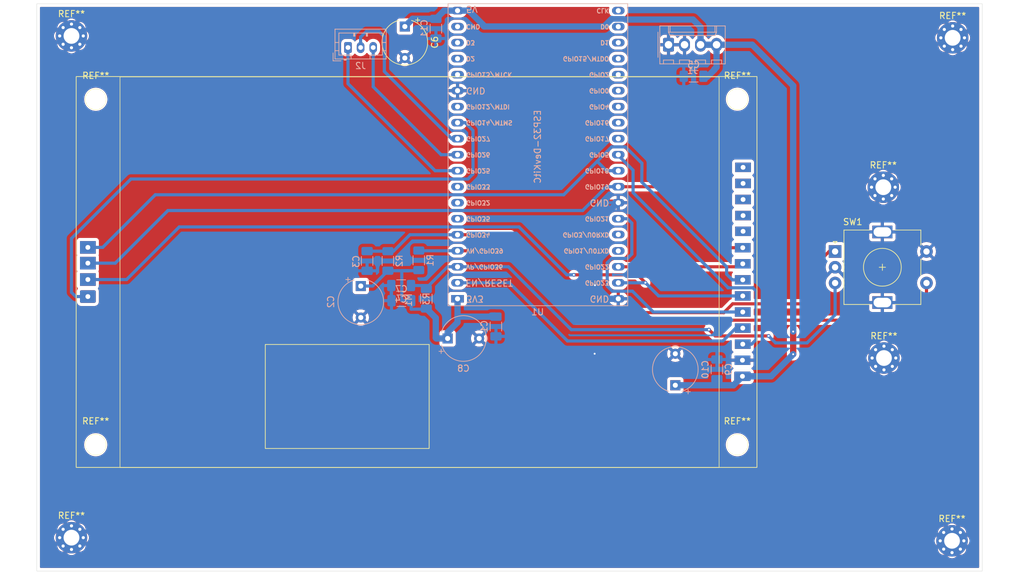
<source format=kicad_pcb>
(kicad_pcb (version 20240108) (generator "pcbnew") (generator_version "8.0")
  (layers (0 "F.Cu" signal) (31 "B.Cu" signal) (34 "B.Paste" user) (35 "F.Paste" user) (36 "B.SilkS" user "B.Silkscreen") (37 "F.SilkS" user "F.Silkscreen") (38 "B.Mask" user) (39 "F.Mask" user) (44 "Edge.Cuts" user))
  (net 0 "")
  (net 6 "GND")
  (net 9 "+3.3V")
  (net 10 "Net-(U1-VDET_1{slash}GPIO34{slash}ADC1_CH6)")
  (net 11 "Net-(U1-SENSOR_VP{slash}GPIO36{slash}ADC1_CH0)")
  (net 12 "+5V")
  (net 13 "Net-(J2-Pin_1)")
  (net 14 "Net-(J2-Pin_2)")
  (net 17 "Net-(J2-Pin_3)")
  (net 25 "sd(cs)")
  (net 27 "sck")
  (net 28 "sdi(mosi)")
  (net 29 "cs")
  (net 32 "reset")
  (net 36 "sdo(miso)")
  (net 37 "dc{slash}rs")
  (net 38 "led backlight")
  (net 41 "Net-(U1-SENSOR_VN{slash}GPIO39{slash}ADC1_CH3)")
  (footprint "MountingHole:MountingHole_2.5mm_Pad_Via" (layer "F.Cu") (at 102.5 132.7)
    (property "Reference" "REF**" (at 0 -3.5 0) (layer "F.SilkS"))
    (property "Value" "MountingHole_2.5mm_Pad_Via")
    (pad "1" thru_hole circle (at -1.875 0) (size 0.8 0.8) (drill 0.5) (layers "*.Cu" "*.Mask"))
    (pad "1" thru_hole circle (at -1.325825 -1.325825) (size 0.8 0.8) (drill 0.5) (layers "*.Cu" "*.Mask"))
    (pad "1" thru_hole circle (at -1.325825 1.325825) (size 0.8 0.8) (drill 0.5) (layers "*.Cu" "*.Mask"))
    (pad "1" thru_hole circle (at 0 -1.875) (size 0.8 0.8) (drill 0.5) (layers "*.Cu" "*.Mask"))
    (pad "1" thru_hole circle (at 0 0) (size 5 5) (drill 2.5) (layers "*.Cu" "*.Mask") (net 6 "GND"))
    (pad "1" thru_hole circle (at 0 1.875) (size 0.8 0.8) (drill 0.5) (layers "*.Cu" "*.Mask"))
    (pad "1" thru_hole circle (at 1.325825 -1.325825) (size 0.8 0.8) (drill 0.5) (layers "*.Cu" "*.Mask"))
    (pad "1" thru_hole circle (at 1.325825 1.325825) (size 0.8 0.8) (drill 0.5) (layers "*.Cu" "*.Mask"))
    (pad "1" thru_hole circle (at 1.875 0) (size 0.8 0.8) (drill 0.5) (layers "*.Cu" "*.Mask"))
  )
  (footprint "MountingHole:MountingHole_2.5mm_Pad_Via" (layer "F.Cu") (at 231.3 77.1)
    (property "Reference" "REF**" (at 0 -3.5 0) (layer "F.SilkS"))
    (property "Value" "MountingHole_2.5mm_Pad_Via")
    (pad "1" thru_hole circle (at -1.875 0) (size 0.8 0.8) (drill 0.5) (layers "*.Cu" "*.Mask"))
    (pad "1" thru_hole circle (at -1.325825 -1.325825) (size 0.8 0.8) (drill 0.5) (layers "*.Cu" "*.Mask"))
    (pad "1" thru_hole circle (at -1.325825 1.325825) (size 0.8 0.8) (drill 0.5) (layers "*.Cu" "*.Mask"))
    (pad "1" thru_hole circle (at 0 -1.875) (size 0.8 0.8) (drill 0.5) (layers "*.Cu" "*.Mask"))
    (pad "1" thru_hole circle (at 0 0) (size 5 5) (drill 2.5) (layers "*.Cu" "*.Mask") (net 6 "GND"))
    (pad "1" thru_hole circle (at 0 1.875) (size 0.8 0.8) (drill 0.5) (layers "*.Cu" "*.Mask"))
    (pad "1" thru_hole circle (at 1.325825 -1.325825) (size 0.8 0.8) (drill 0.5) (layers "*.Cu" "*.Mask"))
    (pad "1" thru_hole circle (at 1.325825 1.325825) (size 0.8 0.8) (drill 0.5) (layers "*.Cu" "*.Mask"))
    (pad "1" thru_hole circle (at 1.875 0) (size 0.8 0.8) (drill 0.5) (layers "*.Cu" "*.Mask"))
  )
  (footprint "MountingHole:MountingHole_2.5mm_Pad_Via" (layer "F.Cu") (at 102.5 53.1)
    (property "Reference" "REF**" (at 0 -3.5 0) (layer "F.SilkS"))
    (property "Value" "MountingHole_2.5mm_Pad_Via")
    (pad "1" thru_hole circle (at -1.875 0) (size 0.8 0.8) (drill 0.5) (layers "*.Cu" "*.Mask"))
    (pad "1" thru_hole circle (at -1.325825 -1.325825) (size 0.8 0.8) (drill 0.5) (layers "*.Cu" "*.Mask"))
    (pad "1" thru_hole circle (at -1.325825 1.325825) (size 0.8 0.8) (drill 0.5) (layers "*.Cu" "*.Mask"))
    (pad "1" thru_hole circle (at 0 -1.875) (size 0.8 0.8) (drill 0.5) (layers "*.Cu" "*.Mask"))
    (pad "1" thru_hole circle (at 0 0) (size 5 5) (drill 2.5) (layers "*.Cu" "*.Mask") (net 6 "GND"))
    (pad "1" thru_hole circle (at 0 1.875) (size 0.8 0.8) (drill 0.5) (layers "*.Cu" "*.Mask"))
    (pad "1" thru_hole circle (at 1.325825 -1.325825) (size 0.8 0.8) (drill 0.5) (layers "*.Cu" "*.Mask"))
    (pad "1" thru_hole circle (at 1.325825 1.325825) (size 0.8 0.8) (drill 0.5) (layers "*.Cu" "*.Mask"))
    (pad "1" thru_hole circle (at 1.875 0) (size 0.8 0.8) (drill 0.5) (layers "*.Cu" "*.Mask"))
  )
  (footprint "MountingHole:MountingHole_2.5mm_Pad_Via" (layer "F.Cu") (at 242.3 53.4)
    (property "Reference" "REF**" (at 0 -3.5 0) (layer "F.SilkS"))
    (property "Value" "MountingHole_2.5mm_Pad_Via")
    (pad "1" thru_hole circle (at -1.875 0) (size 0.8 0.8) (drill 0.5) (layers "*.Cu" "*.Mask"))
    (pad "1" thru_hole circle (at -1.325825 -1.325825) (size 0.8 0.8) (drill 0.5) (layers "*.Cu" "*.Mask"))
    (pad "1" thru_hole circle (at -1.325825 1.325825) (size 0.8 0.8) (drill 0.5) (layers "*.Cu" "*.Mask"))
    (pad "1" thru_hole circle (at 0 -1.875) (size 0.8 0.8) (drill 0.5) (layers "*.Cu" "*.Mask"))
    (pad "1" thru_hole circle (at 0 0) (size 5 5) (drill 2.5) (layers "*.Cu" "*.Mask") (net 6 "GND"))
    (pad "1" thru_hole circle (at 0 1.875) (size 0.8 0.8) (drill 0.5) (layers "*.Cu" "*.Mask"))
    (pad "1" thru_hole circle (at 1.325825 -1.325825) (size 0.8 0.8) (drill 0.5) (layers "*.Cu" "*.Mask"))
    (pad "1" thru_hole circle (at 1.325825 1.325825) (size 0.8 0.8) (drill 0.5) (layers "*.Cu" "*.Mask"))
    (pad "1" thru_hole circle (at 1.875 0) (size 0.8 0.8) (drill 0.5) (layers "*.Cu" "*.Mask"))
  )
  (footprint "MountingHole:MountingHole_3.2mm_M3_ISO14580" (layer "F.Cu") (at 208.14 117.96)
    (property "Reference" "REF**" (at 0 -3.75 0) (layer "F.SilkS"))
    (property "Value" "MountingHole_3.2mm_M3_ISO14580")
    (pad "" np_thru_hole circle (at 0 0) (size 3.2 3.2) (drill 3.2) (layers "*.Cu" "*.Mask"))
  )
  (footprint "MountingHole:MountingHole_2.5mm_Pad_Via" (layer "F.Cu") (at 231.4 104.2)
    (property "Reference" "REF**" (at 0 -3.5 0) (layer "F.SilkS"))
    (property "Value" "MountingHole_2.5mm_Pad_Via")
    (pad "1" thru_hole circle (at -1.875 0) (size 0.8 0.8) (drill 0.5) (layers "*.Cu" "*.Mask"))
    (pad "1" thru_hole circle (at -1.325825 -1.325825) (size 0.8 0.8) (drill 0.5) (layers "*.Cu" "*.Mask"))
    (pad "1" thru_hole circle (at -1.325825 1.325825) (size 0.8 0.8) (drill 0.5) (layers "*.Cu" "*.Mask"))
    (pad "1" thru_hole circle (at 0 -1.875) (size 0.8 0.8) (drill 0.5) (layers "*.Cu" "*.Mask"))
    (pad "1" thru_hole circle (at 0 0) (size 5 5) (drill 2.5) (layers "*.Cu" "*.Mask") (net 6 "GND"))
    (pad "1" thru_hole circle (at 0 1.875) (size 0.8 0.8) (drill 0.5) (layers "*.Cu" "*.Mask"))
    (pad "1" thru_hole circle (at 1.325825 -1.325825) (size 0.8 0.8) (drill 0.5) (layers "*.Cu" "*.Mask"))
    (pad "1" thru_hole circle (at 1.325825 1.325825) (size 0.8 0.8) (drill 0.5) (layers "*.Cu" "*.Mask"))
    (pad "1" thru_hole circle (at 1.875 0) (size 0.8 0.8) (drill 0.5) (layers "*.Cu" "*.Mask"))
  )
  (footprint "MountingHole:MountingHole_3.2mm_M3_ISO14580" (layer "F.Cu") (at 106.35 117.96)
    (property "Reference" "REF**" (at 0 -3.75 0) (layer "F.SilkS"))
    (property "Value" "MountingHole_3.2mm_M3_ISO14580")
    (pad "" np_thru_hole circle (at 0 0) (size 3.2 3.2) (drill 3.2) (layers "*.Cu" "*.Mask"))
  )
  (footprint "MountingHole:MountingHole_3.2mm_M3_ISO14580" (layer "F.Cu") (at 208.15 63.14)
    (property "Reference" "REF**" (at 0 -3.75 0) (layer "F.SilkS"))
    (property "Value" "MountingHole_3.2mm_M3_ISO14580")
    (pad "" np_thru_hole circle (at 0 0) (size 3.2 3.2) (drill 3.2) (layers "*.Cu" "*.Mask"))
  )
  (footprint "MountingHole:MountingHole_2.5mm_Pad_Via" (layer "F.Cu") (at 242.2 133.2)
    (property "Reference" "REF**" (at 0 -3.5 0) (layer "F.SilkS"))
    (property "Value" "MountingHole_2.5mm_Pad_Via")
    (pad "1" thru_hole circle (at -1.875 0) (size 0.8 0.8) (drill 0.5) (layers "*.Cu" "*.Mask"))
    (pad "1" thru_hole circle (at -1.325825 -1.325825) (size 0.8 0.8) (drill 0.5) (layers "*.Cu" "*.Mask"))
    (pad "1" thru_hole circle (at -1.325825 1.325825) (size 0.8 0.8) (drill 0.5) (layers "*.Cu" "*.Mask"))
    (pad "1" thru_hole circle (at 0 -1.875) (size 0.8 0.8) (drill 0.5) (layers "*.Cu" "*.Mask"))
    (pad "1" thru_hole circle (at 0 0) (size 5 5) (drill 2.5) (layers "*.Cu" "*.Mask") (net 6 "GND"))
    (pad "1" thru_hole circle (at 0 1.875) (size 0.8 0.8) (drill 0.5) (layers "*.Cu" "*.Mask"))
    (pad "1" thru_hole circle (at 1.325825 -1.325825) (size 0.8 0.8) (drill 0.5) (layers "*.Cu" "*.Mask"))
    (pad "1" thru_hole circle (at 1.325825 1.325825) (size 0.8 0.8) (drill 0.5) (layers "*.Cu" "*.Mask"))
    (pad "1" thru_hole circle (at 1.875 0) (size 0.8 0.8) (drill 0.5) (layers "*.Cu" "*.Mask"))
  )
  (footprint "Ekrany_TFT_LED:TFT_displayLED_TFT_display_4inch_480x320_ST7796S" (layer "F.Cu") (at 156.25 94.55 -90)
    (property "Reference" "M1" (at 0.45 0.25 90) (layer "B.SilkS") (effects (justify mirror)))
    (property "Value" "~")
    (pad "1" thru_hole roundrect (at 12.55 -52.7 270) (size 1.5 2.6) (drill 0.762) (layers "*.Cu" "*.Mask") (roundrect_rratio 0.1136363636) (net 12 "+5V"))
    (pad "2" thru_hole rect (at 10 -52.7 270) (size 1.5 2.5) (drill 0.762) (layers "*.Cu" "*.Mask") (net 6 "GND"))
    (pad "3" thru_hole rect (at 7.45 -52.75 270) (size 1.5 2.5) (drill 0.762) (layers "*.Cu" "*.Mask") (net 29 "cs"))
    (pad "4" thru_hole rect (at 4.9 -52.75 270) (size 1.5 2.5) (drill 0.762) (layers "*.Cu" "*.Mask") (net 32 "reset"))
    (pad "5" thru_hole rect (at 2.35 -52.75 270) (size 1.5 2.5) (drill 0.762) (layers "*.Cu" "*.Mask") (net 37 "dc{slash}rs"))
    (pad "6" thru_hole rect (at -0.2 -52.75 270) (size 1.5 2.5) (drill 0.762) (layers "*.Cu" "*.Mask") (net 28 "sdi(mosi)"))
    (pad "7" thru_hole rect (at -2.75 -52.75 270) (size 1.5 2.5) (drill 0.762) (layers "*.Cu" "*.Mask") (net 27 "sck"))
    (pad "8" thru_hole rect (at -5.3 -52.75 270) (size 1.5 2.5) (drill 0.762) (layers "*.Cu" "*.Mask") (net 38 "led backlight"))
    (pad "9" thru_hole rect (at -7.85 -52.75 270) (size 1.5 2.5) (drill 0.762) (layers "*.Cu" "*.Mask") (net 36 "sdo(miso)"))
    (pad "10" thru_hole rect (at -10.45 -52.8 270) (size 1.5 2.5) (drill 0.762) (layers "*.Cu" "*.Mask"))
    (pad "11" thru_hole rect (at -12.95 -52.8 270) (size 1.5 2.5) (drill 0.762) (layers "*.Cu" "*.Mask"))
    (pad "12" thru_hole rect (at -15.5 -52.8 270) (size 1.5 2.5) (drill 0.762) (layers "*.Cu" "*.Mask"))
    (pad "13" thru_hole rect (at -18.05 -52.8 270) (size 1.5 2.5) (drill 0.762) (layers "*.Cu" "*.Mask"))
    (pad "14" thru_hole rect (at -20.6 -52.8 270) (size 1.5 2.5) (drill 0.762) (layers "*.Cu" "*.Mask"))
    (pad "A" thru_hole roundrect (at -0.1 51.15 270) (size 2 2.5) (drill 0.762) (layers "*.Cu" "*.Mask") (roundrect_rratio 0.1086956522) (net 25 "sd(cs)"))
    (pad "B" thru_hole rect (at -2.8 51.15 270) (size 2 2.5) (drill 0.762) (layers "*.Cu" "*.Mask") (net 28 "sdi(mosi)"))
    (pad "C" thru_hole rect (at -5.4 51.15 270) (size 2 2.5) (drill 0.762) (layers "*.Cu" "*.Mask") (net 36 "sdo(miso)"))
    (pad "D" thru_hole rect (at -7.9 51.15 270) (size 2 2.5) (drill 0.762) (layers "*.Cu" "*.Mask") (net 27 "sck"))
  )
  (footprint "Capacitor_THT:CP_Radial_Tantal_D7.0mm_P5.00mm" (layer "F.Cu") (at 155.39 51.609862 -90)
    (property "Reference" "C6" (at 2.5 -4.75 90) (layer "F.SilkS"))
    (property "Value" "33u/6.3V")
    (pad "1" thru_hole rect (at 0 0 270) (size 1.6 1.6) (drill 0.8) (layers "*.Cu" "*.Mask") (net 12 "+5V"))
    (pad "2" thru_hole circle (at 5 0 270) (size 1.6 1.6) (drill 0.8) (layers "*.Cu" "*.Mask") (net 6 "GND"))
  )
  (footprint "Rotary_Encoder:RotaryEncoder_Alps_EC11E-Switch_Vertical_H20mm" (layer "F.Cu") (at 223.65 87.3)
    (property "Reference" "SW1" (at 2.8 -4.7 0) (layer "F.SilkS"))
    (property "Value" "RotaryEncoder_Switch")
    (pad "A" thru_hole rect (at 0 0) (size 2 2) (drill 1) (layers "*.Cu" "*.Mask") (net 10 "Net-(U1-VDET_1{slash}GPIO34{slash}ADC1_CH6)"))
    (pad "B" thru_hole circle (at 0 5) (size 2 2) (drill 1) (layers "*.Cu" "*.Mask") (net 11 "Net-(U1-SENSOR_VP{slash}GPIO36{slash}ADC1_CH0)"))
    (pad "C" thru_hole circle (at 0 2.5) (size 2 2) (drill 1) (layers "*.Cu" "*.Mask") (net 6 "GND"))
    (pad "MP" thru_hole rect (at 7.5 -3.1) (size 3.2 2) (drill oval 2.8 1.5) (layers "*.Cu" "*.Mask") (net 6 "GND"))
    (pad "MP" thru_hole rect (at 7.5 8.1) (size 3.2 2) (drill oval 2.8 1.5) (layers "*.Cu" "*.Mask") (net 6 "GND"))
    (pad "S1" thru_hole circle (at 14.5 5) (size 2 2) (drill 1) (layers "*.Cu" "*.Mask") (net 41 "Net-(U1-SENSOR_VN{slash}GPIO39{slash}ADC1_CH3)"))
    (pad "S2" thru_hole circle (at 14.5 0) (size 2 2) (drill 1) (layers "*.Cu" "*.Mask") (net 6 "GND"))
  )
  (footprint "MountingHole:MountingHole_3.2mm_M3_ISO14580" (layer "F.Cu") (at 106.36 63.15)
    (property "Reference" "REF**" (at 0 -3.75 0) (layer "F.SilkS"))
    (property "Value" "MountingHole_3.2mm_M3_ISO14580")
    (pad "" np_thru_hole circle (at 0 0) (size 3.2 3.2) (drill 3.2) (layers "*.Cu" "*.Mask"))
  )
  (footprint "Capacitor_SMD:C_1206_3216Metric_Pad1.33x1.80mm_HandSolder" (layer "B.Cu") (at 149.4 88.8 -90)
    (property "Reference" "C3" (at 0.09 1.74 90) (layer "B.SilkS") (effects (justify mirror)))
    (property "Value" "22n")
    (pad "1" smd roundrect (at -1.5625 0 270) (size 1.325 1.8) (layers "B.Cu" "B.Paste" "B.Mask") (roundrect_rratio 0.188679) (net 10 "Net-(U1-VDET_1{slash}GPIO34{slash}ADC1_CH6)"))
    (pad "2" smd roundrect (at 1.5625 0 270) (size 1.325 1.8) (layers "B.Cu" "B.Paste" "B.Mask") (roundrect_rratio 0.188679) (net 6 "GND"))
  )
  (footprint "Connector_JST:JST_PH_B3B-PH-K_1x03_P2.00mm_Vertical" (layer "B.Cu") (at 146.37 54.94)
    (property "Reference" "J2" (at 2 2.9 0) (layer "B.SilkS") (effects (justify mirror)))
    (property "Value" "Conn_01x03")
    (pad "1" thru_hole roundrect (at 0 0) (size 1.2 1.75) (drill 0.75) (layers "*.Cu" "*.Mask") (roundrect_rratio 0.208333) (net 13 "Net-(J2-Pin_1)"))
    (pad "2" thru_hole oval (at 2 0) (size 1.2 1.75) (drill 0.75) (layers "*.Cu" "*.Mask") (net 14 "Net-(J2-Pin_2)"))
    (pad "3" thru_hole oval (at 4 0) (size 1.2 1.75) (drill 0.75) (layers "*.Cu" "*.Mask") (net 17 "Net-(J2-Pin_3)"))
  )
  (footprint "Capacitor_SMD:C_1206_3216Metric_Pad1.33x1.80mm_HandSolder" (layer "B.Cu") (at 160.32 51.95 -90)
    (property "Reference" "C11" (at 0 1.85 90) (layer "B.SilkS") (effects (justify mirror)))
    (property "Value" "0,1u")
    (pad "1" smd roundrect (at -1.5625 0 270) (size 1.325 1.8) (layers "B.Cu" "B.Paste" "B.Mask") (roundrect_rratio 0.188679) (net 12 "+5V"))
    (pad "2" smd roundrect (at 1.5625 0 270) (size 1.325 1.8) (layers "B.Cu" "B.Paste" "B.Mask") (roundrect_rratio 0.188679) (net 6 "GND"))
  )
  (footprint "Resistor_SMD:R_1206_3216Metric_Pad1.30x1.75mm_HandSolder" (layer "B.Cu") (at 158.8 94.8 90)
    (property "Reference" "R3" (at 0 0 90) (layer "B.SilkS") (effects (justify mirror)))
    (property "Value" "10k")
    (pad "1" smd roundrect (at -1.55 0 90) (size 1.3 1.75) (layers "B.Cu" "B.Paste" "B.Mask") (roundrect_rratio 0.192308) (net 9 "+3.3V"))
    (pad "2" smd roundrect (at 1.55 0 90) (size 1.3 1.75) (layers "B.Cu" "B.Paste" "B.Mask") (roundrect_rratio 0.192308) (net 11 "Net-(U1-SENSOR_VP{slash}GPIO36{slash}ADC1_CH0)"))
  )
  (footprint "Capacitor_SMD:C_1206_3216Metric_Pad1.33x1.80mm_HandSolder" (layer "B.Cu") (at 204.9 106 90)
    (property "Reference" "C9" (at 0 1.85 90) (layer "B.SilkS") (effects (justify mirror)))
    (property "Value" "0,1u")
    (pad "1" smd roundrect (at -1.5625 0 90) (size 1.325 1.8) (layers "B.Cu" "B.Paste" "B.Mask") (roundrect_rratio 0.188679) (net 12 "+5V"))
    (pad "2" smd roundrect (at 1.5625 0 90) (size 1.325 1.8) (layers "B.Cu" "B.Paste" "B.Mask") (roundrect_rratio 0.188679) (net 6 "GND"))
  )
  (footprint "Resistor_SMD:R_1206_3216Metric_Pad1.30x1.75mm_HandSolder" (layer "B.Cu") (at 157.6 88.7 90)
    (property "Reference" "R1" (at 0 1.82 90) (layer "B.SilkS") (effects (justify mirror)))
    (property "Value" "10k")
    (pad "1" smd roundrect (at -1.55 0 90) (size 1.3 1.75) (layers "B.Cu" "B.Paste" "B.Mask") (roundrect_rratio 0.192308) (net 9 "+3.3V"))
    (pad "2" smd roundrect (at 1.55 0 90) (size 1.3 1.75) (layers "B.Cu" "B.Paste" "B.Mask") (roundrect_rratio 0.192308) (net 41 "Net-(U1-SENSOR_VN{slash}GPIO39{slash}ADC1_CH3)"))
  )
  (footprint "Resistor_SMD:R_1206_3216Metric_Pad1.30x1.75mm_HandSolder" (layer "B.Cu") (at 152.7 88.8 90)
    (property "Reference" "R2" (at 0 1.82 90) (layer "B.SilkS") (effects (justify mirror)))
    (property "Value" "10k")
    (pad "1" smd roundrect (at -1.55 0 90) (size 1.3 1.75) (layers "B.Cu" "B.Paste" "B.Mask") (roundrect_rratio 0.192308) (net 9 "+3.3V"))
    (pad "2" smd roundrect (at 1.55 0 90) (size 1.3 1.75) (layers "B.Cu" "B.Paste" "B.Mask") (roundrect_rratio 0.192308) (net 10 "Net-(U1-VDET_1{slash}GPIO34{slash}ADC1_CH6)"))
  )
  (footprint "Capacitor_THT:CP_Radial_Tantal_D7.0mm_P5.00mm" (layer "B.Cu") (at 162.179862 101.1)
    (property "Reference" "C8" (at 2.5 4.75 0) (layer "B.SilkS") (effects (justify mirror)))
    (property "Value" "33u/6.3V")
    (pad "1" thru_hole rect (at 0 0) (size 1.6 1.6) (drill 0.8) (layers "*.Cu" "*.Mask") (net 9 "+3.3V"))
    (pad "2" thru_hole circle (at 5 0) (size 1.6 1.6) (drill 0.8) (layers "*.Cu" "*.Mask") (net 6 "GND"))
  )
  (footprint "Connector_Molex:Molex_KK-254_AE-6410-04A_1x04_P2.54mm_Vertical" (layer "B.Cu") (at 197.22 54.5)
    (property "Reference" "J1" (at 3.81 4.12 0) (layer "B.SilkS") (effects (justify mirror)))
    (property "Value" "Conn_01x04")
    (pad "1" thru_hole roundrect (at 0 0) (size 1.74 2.19) (drill 1.19) (layers "*.Cu" "*.Mask") (roundrect_rratio 0.143678) (net 6 "GND"))
    (pad "2" thru_hole oval (at 2.54 0) (size 1.74 2.19) (drill 1.19) (layers "*.Cu" "*.Mask") (net 6 "GND"))
    (pad "3" thru_hole oval (at 5.08 0) (size 1.74 2.19) (drill 1.19) (layers "*.Cu" "*.Mask") (net 12 "+5V"))
    (pad "4" thru_hole oval (at 7.62 0) (size 1.74 2.19) (drill 1.19) (layers "*.Cu" "*.Mask") (net 12 "+5V"))
  )
  (footprint "Capacitor_THT:CP_Radial_Tantal_D7.0mm_P5.00mm" (layer "B.Cu") (at 198.3 108.520139 90)
    (property "Reference" "C10" (at 2.5 4.75 90) (layer "B.SilkS") (effects (justify mirror)))
    (property "Value" "33u/6.3V")
    (pad "1" thru_hole rect (at 0 0 90) (size 1.6 1.6) (drill 0.8) (layers "*.Cu" "*.Mask") (net 12 "+5V"))
    (pad "2" thru_hole circle (at 5 0 90) (size 1.6 1.6) (drill 0.8) (layers "*.Cu" "*.Mask") (net 6 "GND"))
  )
  (footprint "Capacitor_SMD:C_1206_3216Metric_Pad1.33x1.80mm_HandSolder" (layer "B.Cu") (at 154.8375 95.1 180)
    (property "Reference" "C7" (at 0 1.85 0) (layer "B.SilkS") (effects (justify mirror)))
    (property "Value" "0,1u")
    (pad "1" smd roundrect (at -1.5625 0 180) (size 1.325 1.8) (layers "B.Cu" "B.Paste" "B.Mask") (roundrect_rratio 0.188679) (net 9 "+3.3V"))
    (pad "2" smd roundrect (at 1.5625 0 180) (size 1.325 1.8) (layers "B.Cu" "B.Paste" "B.Mask") (roundrect_rratio 0.188679) (net 6 "GND"))
  )
  (footprint "PCM_Espressif:ESP32-DevKitC_ver2" (layer "B.Cu") (at 163.75 94.80344)
    (property "Reference" "U1" (at 12.7 2.1 180) (layer "B.SilkS") (effects (justify mirror)))
    (property "Value" "ESP32-DevKitC" (at 12.7 -24.13 -90) (layer "B.SilkS") (effects (justify mirror)))
    (fp_text user "GPIO12/MTDI" (at 1.27 -30.48 180) (layer "B.SilkS") (effects (font (size 0.7 0.7)) (justify left mirror)))
    (fp_text user "GPIO25" (at 1.27 -20.32 180) (layer "B.SilkS") (effects (font (size 0.7 0.7)) (justify left mirror)))
    (fp_text user "GPIO0" (at 24.13 -33.02 180) (layer "B.SilkS") (effects (font (size 0.7 0.7)) (justify right mirror)))
    (fp_text user "GPIO4" (at 24.13 -30.48 180) (layer "B.SilkS") (effects (font (size 0.7 0.7)) (justify right mirror)))
    (fp_text user "GPIO34" (at 1.27 -10.16 180) (layer "B.SilkS") (effects (font (size 0.7 0.7)) (justify left mirror)))
    (fp_text user "GPIO22" (at 24.13 -5.08 180) (layer "B.SilkS") (effects (font (size 0.7 0.7)) (justify right mirror)))
    (fp_text user "VP/GPIO36" (at 1.27 -5.08 180) (layer "B.SilkS") (effects (font (size 0.7 0.7)) (justify left mirror)))
    (fp_text user "GND" (at 24.13 0 180) (layer "B.SilkS") (effects (justify right mirror)))
    (fp_text user "D0" (at 24.13 -43.18 180) (layer "B.SilkS") (effects (font (size 0.7 0.7)) (justify right mirror)))
    (fp_text user "GND" (at 24.13 -15.24 180) (layer "B.SilkS") (effects (justify right mirror)))
    (fp_text user "GPIO21" (at 24.13 -12.7 180) (layer "B.SilkS") (effects (font (size 0.7 0.7)) (justify right mirror)))
    (fp_text user "GPIO16" (at 24.13 -27.94 180) (layer "B.SilkS") (effects (font (size 0.7 0.7)) (justify right mirror)))
    (fp_text user "GPIO13/MTCK" (at 1.27 -35.56 180) (layer "B.SilkS") (effects (font (size 0.7 0.7)) (justify left mirror)))
    (fp_text user "GPIO5" (at 24.13 -22.86 180) (layer "B.SilkS") (effects (font (size 0.7 0.7)) (justify right mirror)))
    (fp_text user "CMD" (at 1.27 -43.18 180) (layer "B.SilkS") (effects (font (size 0.7 0.7)) (justify left mirror)))
    (fp_text user "GND" (at 1.27 -33.02 180) (layer "B.SilkS") (effects (justify left mirror)))
    (fp_text user "5V" (at 1.26632 -45.97128 180) (layer "B.SilkS") (effects (justify left mirror)))
    (fp_text user "3V3" (at 1.27 0 180) (layer "B.SilkS") (effects (justify left mirror)))
    (fp_text user "GPIO14/MTMS" (at 1.27 -27.94 180) (layer "B.SilkS") (effects (font (size 0.7 0.7)) (justify left mirror)))
    (fp_text user "D2" (at 1.27 -38.1 180) (layer "B.SilkS") (effects (font (size 0.7 0.7)) (justify left mirror)))
    (fp_text user "GPIO23" (at 24.13 -2.54 180) (layer "B.SilkS") (effects (font (size 0.7 0.7)) (justify right mirror)))
    (fp_text user "GPIO35" (at 1.27 -12.7 180) (layer "B.SilkS") (effects (font (size 0.7 0.7)) (justify left mirror)))
    (fp_text user "VN/GPIO39" (at 1.27 -7.62 180) (layer "B.SilkS") (effects (font (size 0.7 0.7)) (justify left mirror)))
    (fp_text user "GPIO17" (at 24.13 -25.4 180) (layer "B.SilkS") (effects (font (size 0.7 0.7)) (justify right mirror)))
    (fp_text user "GPIO33" (at 1.27 -17.78 180) (layer "B.SilkS") (effects (font (size 0.7 0.7)) (justify left mirror)))
    (fp_text user "GPIO2" (at 24.13 -35.56 180) (layer "B.SilkS") (effects (font (size 0.7 0.7)) (justify right mirror)))
    (fp_text user "GPIO1/U0TXD" (at 24.13 -7.62 180) (layer "B.SilkS") (effects (font (size 0.7 0.7)) (justify right mirror)))
    (fp_text user "EN/RESET" (at 8.88632 -2.53728 180) (layer "B.SilkS") (effects (justify right mirror)))
    (fp_text user "GPIO32" (at 1.27 -15.24 180) (layer "B.SilkS") (effects (font (size 0.7 0.7)) (justify left mirror)))
    (fp_text user "GPIO3/U0RXD" (at 24.13 -10.16 180) (layer "B.SilkS") (effects (font (size 0.7 0.7)) (justify right mirror)))
    (fp_text user "GPIO27" (at 1.27 -25.4 180) (layer "B.SilkS") (effects (font (size 0.7 0.7)) (justify left mirror)))
    (fp_text user "CLK" (at 24.13 -45.72 180) (layer "B.SilkS") (effects (font (size 0.7 0.7)) (justify right mirror)))
    (fp_text user "D3" (at 1.27 -40.64 180) (layer "B.SilkS") (effects (font (size 0.7 0.7)) (justify left mirror)))
    (fp_text user "GPIO26" (at 1.27 -22.86 180) (layer "B.SilkS") (effects (font (size 0.7 0.7)) (justify left mirror)))
    (fp_text user "GPIO18" (at 24.13 -20.32 180) (layer "B.SilkS") (effects (font (size 0.7 0.7)) (justify right mirror)))
    (fp_text user "D1" (at 24.13 -40.64 180) (layer "B.SilkS") (effects (font (size 0.7 0.7)) (justify right mirror)))
    (fp_text user "GPIO19" (at 24.13 -17.78 180) (layer "B.SilkS") (effects (font (size 0.7 0.7)) (justify right mirror)))
    (fp_text user "GPIO15/MTDO" (at 24.13 -38.1 180) (layer "B.SilkS") (effects (font (size 0.7 0.7)) (justify right mirror)))
    (pad "1" thru_hole rect (at 0 0 90) (size 1.2 2) (drill 0.8) (layers "*.Cu" "*.Mask") (net 9 "+3.3V"))
    (pad "2" thru_hole oval (at 0 -2.54 90) (size 1.2 2) (drill 0.8) (layers "*.Cu" "*.Mask") (net 32 "reset"))
    (pad "3" thru_hole oval (at 0 -5.08 90) (size 1.2 2) (drill 0.8) (layers "*.Cu" "*.Mask") (net 11 "Net-(U1-SENSOR_VP{slash}GPIO36{slash}ADC1_CH0)"))
    (pad "4" thru_hole oval (at 0 -7.62 90) (size 1.2 2) (drill 0.8) (layers "*.Cu" "*.Mask") (net 41 "Net-(U1-SENSOR_VN{slash}GPIO39{slash}ADC1_CH3)"))
    (pad "5" thru_hole oval (at 0 -10.16 90) (size 1.2 2) (drill 0.8) (layers "*.Cu" "*.Mask") (net 10 "Net-(U1-VDET_1{slash}GPIO34{slash}ADC1_CH6)"))
    (pad "6" thru_hole oval (at 0 -12.7 90) (size 1.2 2) (drill 0.8) (layers "*.Cu" "*.Mask"))
    (pad "7" thru_hole oval (at 0 -15.24 90) (size 1.2 2) (drill 0.8) (layers "*.Cu" "*.Mask"))
    (pad "8" thru_hole oval (at 0 -17.78 90) (size 1.2 2) (drill 0.8) (layers "*.Cu" "*.Mask"))
    (pad "9" thru_hole oval (at 0 -20.32 90) (size 1.2 2) (drill 0.8) (layers "*.Cu" "*.Mask") (net 13 "Net-(J2-Pin_1)"))
    (pad "10" thru_hole oval (at 0 -22.86 90) (size 1.2 2) (drill 0.8) (layers "*.Cu" "*.Mask") (net 17 "Net-(J2-Pin_3)"))
    (pad "11" thru_hole oval (at 0 -25.4 90) (size 1.2 2) (drill 0.8) (layers "*.Cu" "*.Mask") (net 14 "Net-(J2-Pin_2)"))
    (pad "12" thru_hole oval (at 0 -27.94 90) (size 1.2 2) (drill 0.8) (layers "*.Cu" "*.Mask") (net 25 "sd(cs)"))
    (pad "13" thru_hole oval (at 0 -30.48 90) (size 1.2 2) (drill 0.8) (layers "*.Cu" "*.Mask"))
    (pad "14" thru_hole oval (at 0 -33.02 90) (size 1.2 2) (drill 0.8) (layers "*.Cu" "*.Mask") (net 6 "GND"))
    (pad "15" thru_hole oval (at 0 -35.56 90) (size 1.2 2) (drill 0.8) (layers "*.Cu" "*.Mask"))
    (pad "16" thru_hole oval (at 0 -38.1 90) (size 1.2 2) (drill 0.8) (layers "*.Cu" "*.Mask"))
    (pad "17" thru_hole oval (at 0 -40.64 90) (size 1.2 2) (drill 0.8) (layers "*.Cu" "*.Mask"))
    (pad "18" thru_hole oval (at 0 -43.18 90) (size 1.2 2) (drill 0.8) (layers "*.Cu" "*.Mask"))
    (pad "19" thru_hole oval (at 0 -45.72 90) (size 1.2 2) (drill 0.8) (layers "*.Cu" "*.Mask") (net 12 "+5V"))
    (pad "20" thru_hole oval (at 25.5 -45.71728 90) (size 1.2 2) (drill 0.8) (layers "*.Cu" "*.Mask"))
    (pad "21" thru_hole oval (at 25.5 -43.17728 90) (size 1.2 2) (drill 0.8) (layers "*.Cu" "*.Mask"))
    (pad "22" thru_hole oval (at 25.5 -40.64 90) (size 1.2 2) (drill 0.8) (layers "*.Cu" "*.Mask"))
    (pad "23" thru_hole oval (at 25.5 -38.1 90) (size 1.2 2) (drill 0.8) (layers "*.Cu" "*.Mask"))
    (pad "24" thru_hole oval (at 25.5 -35.56 90) (size 1.2 2) (drill 0.8) (layers "*.Cu" "*.Mask"))
    (pad "25" thru_hole oval (at 25.5 -33.02 90) (size 1.2 2) (drill 0.8) (layers "*.Cu" "*.Mask"))
    (pad "26" thru_hole oval (at 25.5 -30.48 90) (size 1.2 2) (drill 0.8) (layers "*.Cu" "*.Mask"))
    (pad "27" thru_hole oval (at 25.5 -27.94 90) (size 1.2 2) (drill 0.8) (layers "*.Cu" "*.Mask"))
    (pad "28" thru_hole oval (at 25.5 -25.4 90) (size 1.2 2) (drill 0.8) (layers "*.Cu" "*.Mask"))
    (pad "29" thru_hole oval (at 25.5 -22.86 90) (size 1.2 2) (drill 0.8) (layers "*.Cu" "*.Mask") (net 29 "cs"))
    (pad "30" thru_hole oval (at 25.5 -20.32 90) (size 1.2 2) (drill 0.8) (layers "*.Cu" "*.Mask") (net 27 "sck"))
    (pad "31" thru_hole oval (at 25.5 -17.78 90) (size 1.2 2) (drill 0.8) (layers "*.Cu" "*.Mask") (net 36 "sdo(miso)"))
    (pad "32" thru_hole oval (at 25.5 -15.24 90) (size 1.2 2) (drill 0.8) (layers "*.Cu" "*.Mask") (net 6 "GND"))
    (pad "33" thru_hole oval (at 25.5 -12.7 90) (size 1.2 2) (drill 0.8) (layers "*.Cu" "*.Mask") (net 37 "dc{slash}rs"))
    (pad "34" thru_hole oval (at 25.5 -10.2 90) (size 1.2 2) (drill 0.8) (layers "*.Cu" "*.Mask"))
    (pad "35" thru_hole oval (at 25.5 -7.6 90) (size 1.2 2) (drill 0.8) (layers "*.Cu" "*.Mask"))
    (pad "36" thru_hole oval (at 25.5 -5.08 90) (size 1.2 2) (drill 0.8) (layers "*.Cu" "*.Mask") (net 38 "led backlight"))
    (pad "37" thru_hole oval (at 25.5 -2.54 90) (size 1.2 2) (drill 0.8) (layers "*.Cu" "*.Mask") (net 28 "sdi(mosi)"))
    (pad "38" thru_hole oval (at 25.5 0 90) (size 1.2 2) (drill 0.8) (layers "*.Cu" "*.Mask") (net 6 "GND"))
  )
  (footprint "Capacitor_SMD:C_1206_3216Metric_Pad1.33x1.80mm_HandSolder" (layer "B.Cu") (at 201.2 59.5 180)
    (property "Reference" "C5" (at 0 1.85 0) (layer "B.SilkS") (effects (justify mirror)))
    (property "Value" "0,1u")
    (pad "1" smd roundrect (at -1.5625 0 180) (size 1.325 1.8) (layers "B.Cu" "B.Paste" "B.Mask") (roundrect_rratio 0.188679) (net 12 "+5V"))
    (pad "2" smd roundrect (at 1.5625 0 180) (size 1.325 1.8) (layers "B.Cu" "B.Paste" "B.Mask") (roundrect_rratio 0.188679) (net 6 "GND"))
  )
  (footprint "Capacitor_THT:CP_Radial_Tantal_D7.0mm_P5.00mm" (layer "B.Cu") (at 148.4 92.779862 -90)
    (property "Reference" "C2" (at 2.5 4.75 90) (layer "B.SilkS") (effects (justify mirror)))
    (property "Value" "33u/6.3V")
    (pad "1" thru_hole rect (at 0 0 270) (size 1.6 1.6) (drill 0.8) (layers "*.Cu" "*.Mask") (net 9 "+3.3V"))
    (pad "2" thru_hole circle (at 5 0 270) (size 1.6 1.6) (drill 0.8) (layers "*.Cu" "*.Mask") (net 6 "GND"))
  )
  (footprint "Capacitor_SMD:C_1206_3216Metric_Pad1.33x1.80mm_HandSolder" (layer "B.Cu") (at 154.8 92.7 180)
    (property "Reference" "C4" (at 0.0375 -2.2 0) (layer "B.SilkS") (effects (justify mirror)))
    (property "Value" "22n")
    (pad "1" smd roundrect (at -1.5625 0 180) (size 1.325 1.8) (layers "B.Cu" "B.Paste" "B.Mask") (roundrect_rratio 0.188679) (net 11 "Net-(U1-SENSOR_VP{slash}GPIO36{slash}ADC1_CH0)"))
    (pad "2" smd roundrect (at 1.5625 0 180) (size 1.325 1.8) (layers "B.Cu" "B.Paste" "B.Mask") (roundrect_rratio 0.188679) (net 6 "GND"))
  )
  (footprint "Capacitor_SMD:C_1206_3216Metric_Pad1.33x1.80mm_HandSolder" (layer "B.Cu") (at 169.84 99.2 -90)
    (property "Reference" "C1" (at 0 1.85 90) (layer "B.SilkS") (effects (justify mirror)))
    (property "Value" "0,1u")
    (pad "1" smd roundrect (at -1.5625 0 270) (size 1.325 1.8) (layers "B.Cu" "B.Paste" "B.Mask") (roundrect_rratio 0.188679) (net 9 "+3.3V"))
    (pad "2" smd roundrect (at 1.5625 0 270) (size 1.325 1.8) (layers "B.Cu" "B.Paste" "B.Mask") (roundrect_rratio 0.188679) (net 6 "GND"))
  )
  (gr_rect (start 97 48) (end 247 138) (stroke (width 0.05)) (fill none) (layer "Edge.Cuts"))
  (segment (start 174.4 67.5) (end 174.4 56.579862) (width 1) (layer "F.Cu") (net 6))
  (segment (start 186.46344 79.56344) (end 174.4 67.5) (width 1) (layer "F.Cu") (net 6))
  (segment (start 189.25 79.56344) (end 186.46344 79.56344) (width 1) (layer "F.Cu") (net 6))
  (via (at 185.5 103.520139) (size 0.6) (drill 0.3) (layers "F.Cu" "B.Cu") (net 6))
  (via (at 185.55 92.65) (size 0.6) (drill 0.3) (layers "F.Cu" "B.Cu") (net 6))
  (segment (start 185.55 92.65) (end 185.4 92.5) (width 1) (layer "B.Cu") (net 6))
  (segment (start 185.4 92.5) (end 185.4 83.3) (width 1) (layer "B.Cu") (net 6))
  (segment (start 185.4 83.3) (end 189.13656 79.56344) (width 1) (layer "B.Cu") (net 6))
  (segment (start 189.13656 79.56344) (end 189.25 79.56344) (width 1) (layer "B.Cu") (net 6))
  (segment (start 187.70344 94.80344) (end 185.55 92.65) (width 1) (layer "B.Cu") (net 6))
  (segment (start 189.25 94.80344) (end 187.70344 94.80344) (width 1) (layer "B.Cu") (net 6))
  (segment (start 157.5 90.35) (end 155.9 90.35) (width 0.5) (layer "B.Cu") (net 9))
  (segment (start 152.7 90.35) (end 155.9 90.35) (width 0.5) (layer "B.Cu") (net 9))
  (segment (start 154.9 90.35) (end 155.9 90.35) (width 0.5) (layer "B.Cu") (net 9))
  (segment (start 162.179862 100.120138) (end 162.179862 101.1) (width 1) (layer "B.Cu") (net 9))
  (segment (start 169.84 97.6375) (end 163.7875 97.6375) (width 1) (layer "B.Cu") (net 9))
  (segment (start 157.6 90.25) (end 157.5 90.35) (width 0.5) (layer "B.Cu") (net 9))
  (segment (start 160.3 97.85) (end 160.3 101) (width 1) (layer "B.Cu") (net 9))
  (segment (start 158.8 96.35) (end 158.7 96.45) (width 0.5) (layer "B.Cu") (net 9))
  (segment (start 169.665 97.4625) (end 169.84 97.6375) (width 1) (layer "B.Cu") (net 9))
  (segment (start 156.4 95.1) (end 156.4 96.45) (width 0.5) (layer "B.Cu") (net 9))
  (segment (start 150.270138 92.779862) (end 152.7 90.35) (width 0.5) (layer "B.Cu") (net 9))
  (segment (start 163.75 98.55) (end 162.179862 100.120138) (width 1) (layer "B.Cu") (net 9))
  (segment (start 169.1 97.4625) (end 169.665 97.4625) (width 1) (layer "B.Cu") (net 9))
  (segment (start 163.75 94.80344) (end 163.75 97.6) (width 1) (layer "B.Cu") (net 9))
  (segment (start 160.4 101.1) (end 162.179862 101.1) (width 1) (layer "B.Cu") (net 9))
  (segment (start 154.9 95.1) (end 154.9 90.35) (width 0.5) (layer "B.Cu") (net 9))
  (segment (start 160.3 101) (end 160.4 101.1) (width 1) (layer "B.Cu") (net 9))
  (segment (start 148.4 92.779862) (end 150.270138 92.779862) (width 0.5) (layer "B.Cu") (net 9))
  (segment (start 163.75 97.6) (end 163.75 98.55) (width 1) (layer "B.Cu") (net 9))
  (segment (start 158.8 96.35) (end 160.3 97.85) (width 1) (layer "B.Cu") (net 9))
  (segment (start 163.7875 97.6375) (end 163.75 97.6) (width 1) (layer "B.Cu") (net 9))
  (segment (start 157.7 90.35) (end 157.6 90.25) (width 0.5) (layer "B.Cu") (net 9))
  (segment (start 158.7 96.45) (end 156.4 96.45) (width 0.5) (layer "B.Cu") (net 9))
  (segment (start 156.4 95.1) (end 154.9 95.1) (width 0.5) (layer "B.Cu") (net 9))
  (segment (start 206 97) (end 184.5 97) (width 0.5) (layer "F.Cu") (net 10))
  (segment (start 220.7 93.7) (end 220.7 89.3) (width 0.5) (layer "F.Cu") (net 10))
  (segment (start 220.7 89.3) (end 222.7 87.3) (width 0.5) (layer "F.Cu") (net 10))
  (segment (start 184.5 97) (end 183.7 96.2) (width 0.5) (layer "F.Cu") (net 10))
  (segment (start 218.8 95.6) (end 220.7 93.7) (width 0.5) (layer "F.Cu") (net 10))
  (segment (start 207.4 95.6) (end 218.8 95.6) (width 0.5) (layer "F.Cu") (net 10))
  (segment (start 206.8 96.2) (end 206 97) (width 0.5) (layer "F.Cu") (net 10))
  (segment (start 183.7 96.2) (end 172.14344 84.64344) (width 0.5) (layer "F.Cu") (net 10))
  (segment (start 222.7 87.3) (end 223.65 87.3) (width 0.5) (layer "F.Cu") (net 10))
  (segment (start 206.9 96.1) (end 206.8 96.2) (width 0.2) (layer "F.Cu") (net 10))
  (segment (start 172.14344 84.64344) (end 163.75 84.64344) (width 0.5) (layer "F.Cu") (net 10))
  (segment (start 206.9 96.1) (end 207.4 95.6) (width 0.5) (layer "F.Cu") (net 10))
  (segment (start 153.5875 87.25) (end 152.7 87.25) (width 0.5) (layer "B.Cu") (net 10))
  (segment (start 149.9125 87.4375) (end 149.9 87.45) (width 0.5) (layer "B.Cu") (net 10))
  (segment (start 149.4125 87.25) (end 149.4 87.2375) (width 0.5) (layer "B.Cu") (net 10))
  (segment (start 163.75 84.64344) (end 156.19406 84.64344) (width 0.5) (layer "B.Cu") (net 10))
  (segment (start 152.7 87.25) (end 149.4125 87.25) (width 0.5) (layer "B.Cu") (net 10))
  (segment (start 156.19406 84.64344) (end 153.5875 87.25) (width 0.5) (layer "B.Cu") (net 10))
  (segment (start 204.64 100.7) (end 213.1 100.7) (width 0.5) (layer "F.Cu") (net 11))
  (segment (start 203.64 99.7) (end 204.64 100.7) (width 0.5) (layer "F.Cu") (net 11))
  (via (at 213.1 100.7) (size 0.6) (drill 0.3) (layers "F.Cu" "B.Cu") (net 11))
  (via (at 203.64 99.7) (size 0.6) (drill 0.3) (layers "F.Cu" "B.Cu") (net 11))
  (segment (start 171.82344 89.72344) (end 163.75 89.72344) (width 0.5) (layer "B.Cu") (net 11))
  (segment (start 156.3625 92.7) (end 156.3625 92.9375) (width 0.5) (layer "B.Cu") (net 11))
  (segment (start 163.75 89.72344) (end 162.17656 89.72344) (width 0.5) (layer "B.Cu") (net 11))
  (segment (start 159.2 92.7) (end 156.3625 92.7) (width 0.5) (layer "B.Cu") (net 11))
  (segment (start 214.2 101.8) (end 219.2 101.8) (width 0.5) (layer "B.Cu") (net 11))
  (segment (start 162.17656 89.72344) (end 159.2 92.7) (width 0.5) (layer "B.Cu") (net 11))
  (segment (start 203.64 99.7) (end 181.8 99.7) (width 0.5) (layer "B.Cu") (net 11))
  (segment (start 213.1 100.7) (end 214.2 101.8) (width 0.5) (layer "B.Cu") (net 11))
  (segment (start 223.65 97.35) (end 223.65 92.3) (width 0.5) (layer "B.Cu") (net 11))
  (segment (start 219.2 101.8) (end 223.65 97.35) (width 0.5) (layer "B.Cu") (net 11))
  (segment (start 181.8 99.7) (end 171.82344 89.72344) (width 0.5) (layer "B.Cu") (net 11))
  (segment (start 217 103.6) (end 217 100) (width 1) (layer "F.Cu") (net 12))
  (via (at 217 100) (size 0.6) (drill 0.3) (layers "F.Cu" "B.Cu") (net 12))
  (via (at 217 103.6) (size 0.6) (drill 0.3) (layers "F.Cu" "B.Cu") (net 12))
  (segment (start 156.612362 50.3875) (end 155.39 51.609862) (width 1) (layer "B.Cu") (net 12))
  (segment (start 202.3 51.7) (end 201.1 50.5) (width 1) (layer "B.Cu") (net 12))
  (segment (start 213.5 107.1) (end 208.95 107.1) (width 1) (layer "B.Cu") (net 12))
  (segment (start 163.75 49.08344) (end 165.54594 49.08344) (width 1) (layer "B.Cu") (net 12))
  (segment (start 161.62406 49.08344) (end 160.32 50.3875) (width 1) (layer "B.Cu") (net 12))
  (segment (start 204.84 58.06) (end 204.84 54.5) (width 1) (layer "B.Cu") (net 12))
  (segment (start 217 61) (end 210.5 54.5) (width 1) (layer "B.Cu") (net 12))
  (segment (start 207.529861 108.520139) (end 208.95 107.1) (width 1) (layer "B.Cu") (net 12))
  (segment (start 204.5 58.4) (end 204.84 58.06) (width 1) (layer "B.Cu") (net 12))
  (segment (start 190.1 50.4) (end 188.2 50.4) (width 0.9) (layer "B.Cu") (net 12))
  (segment (start 198.3 108.520139) (end 207.529861 108.520139) (width 1) (layer "B.Cu") (net 12))
  (segment (start 167.79 51.43) (end 167.96 51.6) (width 1) (layer "B.Cu") (net 12))
  (segment (start 190.2 50.3) (end 190.1 50.4) (width 0.5) (layer "B.Cu") (net 12))
  (segment (start 167.79 51.3275) (end 167.79 51.43) (width 1) (layer "B.Cu") (net 12))
  (segment (start 187 51.6) (end 188.2 50.4) (width 1) (layer "B.Cu") (net 12))
  (segment (start 217 103.6) (end 213.5 107.1) (width 1) (layer "B.Cu") (net 12))
  (segment (start 204.84 54.5) (end 202.3 54.5) (width 1) (layer "B.Cu") (net 12))
  (segment (start 160.32 50.3875) (end 156.612362 50.3875) (width 1) (layer "B.Cu") (net 12))
  (segment (start 163.75 49.08344) (end 161.62406 49.08344) (width 1) (layer "B.Cu") (net 12))
  (segment (start 202.3 54.5) (end 202.3 51.7) (width 1) (layer "B.Cu") (net 12))
  (segment (start 165.54594 49.08344) (end 167.79 51.3275) (width 1) (layer "B.Cu") (net 12))
  (segment (start 167.96 51.6) (end 187 51.6) (width 1) (layer "B.Cu") (net 12))
  (segment (start 217 100) (end 217 61) (width 1) (layer "B.Cu") (net 12))
  (segment (start 203.3625 59.6) (end 204.5 58.4625) (width 1) (layer "B.Cu") (net 12))
  (segment (start 210.5 54.5) (end 205.1 54.5) (width 1) (layer "B.Cu") (net 12))
  (segment (start 204.5 58.4625) (end 204.5 58.4) (width 1) (layer "B.Cu") (net 12))
  (segment (start 201.1 50.5) (end 190.4 50.5) (width 1) (layer "B.Cu") (net 12))
  (segment (start 163.75 74.48344) (end 160.18344 74.48344) (width 0.5) (layer "B.Cu") (net 13))
  (segment (start 146.37 60.67) (end 146.37 54.94) (width 0.5) (layer "B.Cu") (net 13))
  (segment (start 160.18344 74.48344) (end 146.37 60.67) (width 0.5) (layer "B.Cu") (net 13))
  (segment (start 148.37 53.29) (end 148.37 54.94) (width 0.5) (layer "B.Cu") (net 14))
  (segment (start 149.28 52.38) (end 148.37 53.29) (width 0.5) (layer "B.Cu") (net 14))
  (segment (start 163.75 69.40344) (end 162.80344 69.40344) (width 0.5) (layer "B.Cu") (net 14))
  (segment (start 151.3 52.38) (end 149.28 52.38) (width 0.5) (layer "B.Cu") (net 14))
  (segment (start 152.14 53.22) (end 151.3 52.38) (width 0.5) (layer "B.Cu") (net 14))
  (segment (start 152.14 58.74) (end 152.14 53.22) (width 0.5) (layer "B.Cu") (net 14))
  (segment (start 162.80344 69.40344) (end 152.14 58.74) (width 0.5) (layer "B.Cu") (net 14))
  (segment (start 163.75 71.94344) (end 161.14344 71.94344) (width 0.5) (layer "B.Cu") (net 17))
  (segment (start 150.37 61.17) (end 150.37 54.94) (width 0.5) (layer "B.Cu") (net 17))
  (segment (start 161.14344 71.94344) (end 150.37 61.17) (width 0.5) (layer "B.Cu") (net 17))
  (segment (start 166.2 68.1) (end 166.2 75) (width 0.5) (layer "B.Cu") (net 25))
  (segment (start 104.65 94.45) (end 105.15 94.45) (width 0.5) (layer "B.Cu") (net 25))
  (segment (start 163.75 66.86344) (end 164.96344 66.86344) (width 0.5) (layer "B.Cu") (net 25))
  (segment (start 111.93 75.8) (end 102.5 85.23) (width 0.5) (layer "B.Cu") (net 25))
  (segment (start 165.4 75.8) (end 111.93 75.8) (width 0.5) (layer "B.Cu") (net 25))
  (segment (start 102.5 85.23) (end 102.5 93.78) (width 0.5) (layer "B.Cu") (net 25))
  (segment (start 102.5 93.78) (end 103.17 94.45) (width 0.5) (layer "B.Cu") (net 25))
  (segment (start 166.2 75) (end 165.4 75.8) (width 0.5) (layer "B.Cu") (net 25))
  (segment (start 164.96344 66.86344) (end 166.2 68.1) (width 0.5) (layer "B.Cu") (net 25))
  (segment (start 103.17 94.45) (end 105.1 94.45) (width 0.5) (layer "B.Cu") (net 25))
  (segment (start 107.45 86.65) (end 115.8 78.3) (width 0.5) (layer "B.Cu") (net 27))
  (segment (start 207.34 91.8) (end 209 91.8) (width 0.5) (layer "B.Cu") (net 27))
  (segment (start 189.25 74.48344) (end 187.38344 74.48344) (width 0.5) (layer "B.Cu") (net 27))
  (segment (start 190.4 70.7) (end 193 73.3) (width 0.5) (layer "B.Cu") (net 27))
  (segment (start 192.98344 76.28344) (end 206.44 89.74) (width 0.5) (layer "B.Cu") (net 27))
  (segment (start 192.98344 74.48344) (end 192.98344 76.28344) (width 0.5) (layer "B.Cu") (net 27))
  (segment (start 105.1 86.65) (end 107.45 86.65) (width 0.5) (layer "B.Cu") (net 27))
  (segment (start 206.44 89.74) (end 206.44 90.9) (width 0.5) (layer "B.Cu") (net 27))
  (segment (start 193 73.3) (end 193 74.5) (width 0.5) (layer "B.Cu") (net 27))
  (segment (start 206.44 90.9) (end 207.34 91.8) (width 0.5) (layer "B.Cu") (net 27))
  (segment (start 180.6 78.3) (end 188.2 70.7) (width 0.5) (layer "B.Cu") (net 27))
  (segment (start 187.38344 74.48344) (end 185.9 73) (width 0.5) (layer "B.Cu") (net 27))
  (segment (start 188.2 70.7) (end 190.4 70.7) (width 0.5) (layer "B.Cu") (net 27))
  (segment (start 115.8 78.3) (end 180.6 78.3) (width 0.5) (layer "B.Cu") (net 27))
  (segment (start 182.2 91) (end 192.3 91) (width 0.5) (layer "F.Cu") (net 28))
  (segment (start 192.3 91) (end 193.55 92.25) (width 0.5) (layer "F.Cu") (net 28))
  (via (at 182.2 91) (size 0.6) (drill 0.3) (layers "F.Cu" "B.Cu") (net 28))
  (via (at 193.55 92.25) (size 0.6) (drill 0.3) (layers "F.Cu" "B.Cu") (net 28))
  (segment (start 111.25 91.75) (end 105.15 91.75) (width 0.5) (layer "B.Cu") (net 28))
  (segment (start 173.5 83.4) (end 119.6 83.4) (width 0.5) (layer "B.Cu") (net 28))
  (segment (start 193.55 92.25) (end 193.53656 92.26344) (width 0.5) (layer "B.Cu") (net 28))
  (segment (start 193.53656 92.26344) (end 189.25 92.26344) (width 0.5) (layer "B.Cu") (net 28))
  (segment (start 182.2 91) (end 181.1 91) (width 0.5) (layer "B.Cu") (net 28))
  (segment (start 195.65 94.35) (end 209 94.35) (width 0.5) (layer "B.Cu") (net 28))
  (segment (start 193.55 92.25) (end 195.65 94.35) (width 0.5) (layer "B.Cu") (net 28))
  (segment (start 119.6 83.4) (end 111.25 91.75) (width 0.5) (layer "B.Cu") (net 28))
  (segment (start 181.1 91) (end 173.5 83.4) (width 0.5) (layer "B.Cu") (net 28))
  (segment (start 210.4 102) (end 211.1 101.3) (width 0.5) (layer "B.Cu") (net 29))
  (segment (start 206.66 93.03) (end 191.6 77.97) (width 0.5) (layer "B.Cu") (net 29))
  (segment (start 206.66 93.06) (end 206.66 93.03) (width 0.5) (layer "B.Cu") (net 29))
  (segment (start 191.6 74.4) (end 189.25 72.05) (width 0.5) (layer "B.Cu") (net 29))
  (segment (start 210.61 93.06) (end 206.66 93.06) (width 0.5) (layer "B.Cu") (net 29))
  (segment (start 191.6 77.97) (end 191.6 74.4) (width 0.5) (layer "B.Cu") (net 29))
  (segment (start 211.1 93.55) (end 210.61 93.06) (width 0.5) (layer "B.Cu") (net 29))
  (segment (start 209 102) (end 210.4 102) (width 0.5) (layer "B.Cu") (net 29))
  (segment (start 211.1 101.3) (end 211.1 93.55) (width 0.5) (layer "B.Cu") (net 29))
  (segment (start 189.25 71.94344) (end 189.25 72.05) (width 0.2) (layer "B.Cu") (net 29))
  (segment (start 171.9 92.2) (end 181.2 101.5) (width 0.5) (layer "B.Cu") (net 32))
  (segment (start 181.2 101.5) (end 205.85 101.5) (width 0.5) (layer "B.Cu") (net 32))
  (segment (start 171.9 92.2) (end 171.83656 92.26344) (width 0.2) (layer "B.Cu") (net 32))
  (segment (start 207.9 99.45) (end 209 99.45) (width 0.5) (layer "B.Cu") (net 32))
  (segment (start 171.83656 92.26344) (end 163.75 92.26344) (width 0.5) (layer "B.Cu") (net 32))
  (segment (start 205.85 101.5) (end 207.9 99.45) (width 0.5) (layer "B.Cu") (net 32))
  (segment (start 189.25 77.02344) (end 197.12344 77.02344) (width 0.5) (layer "F.Cu") (net 36))
  (segment (start 197.12344 77.02344) (end 206.8 86.7) (width 0.5) (layer "F.Cu") (net 36))
  (segment (start 206.8 86.7) (end 209 86.7) (width 0.5) (layer "F.Cu") (net 36))
  (segment (start 187.4 77) (end 187.42344 77.02344) (width 0.5) (layer "B.Cu") (net 36))
  (segment (start 105.1 89.15) (end 109.45 89.15) (width 0.5) (layer "B.Cu") (net 36))
  (segment (start 109.45 89.15) (end 117.8 80.8) (width 0.5) (layer "B.Cu") (net 36))
  (segment (start 187.42344 77.02344) (end 189.25 77.02344) (width 0.5) (layer "B.Cu") (net 36))
  (segment (start 183.6 80.8) (end 187.4 77) (width 0.5) (layer "B.Cu") (net 36))
  (segment (start 117.8 80.8) (end 183.6 80.8) (width 0.5) (layer "B.Cu") (net 36))
  (segment (start 189.25 82.10344) (end 190.70344 82.10344) (width 0.5) (layer "B.Cu") (net 37))
  (segment (start 190.7 88.4) (end 188.2 88.4) (width 0.5) (layer "B.Cu") (net 37))
  (segment (start 191.5 93.6) (end 194.8 96.9) (width 0.5) (layer "B.Cu") (net 37))
  (segment (start 191.4 87.7) (end 190.7 88.4) (width 0.5) (layer "B.Cu") (net 37))
  (segment (start 187.5 89.1) (end 187.5 92.8) (width 0.5) (layer "B.Cu") (net 37))
  (segment (start 191.4 82.8) (end 191.4 87.7) (width 0.5) (layer "B.Cu") (net 37))
  (segment (start 190.70344 82.10344) (end 191.4 82.8) (width 0.5) (layer "B.Cu") (net 37))
  (segment (start 188.2 88.4) (end 187.5 89.1) (width 0.5) (layer "B.Cu") (net 37))
  (segment (start 187.5 92.8) (end 188.3 93.6) (width 0.5) (layer "B.Cu") (net 37))
  (segment (start 188.3 93.6) (end 191.5 93.6) (width 0.5) (layer "B.Cu") (net 37))
  (segment (start 194.8 96.9) (end 209 96.9) (width 0.5) (layer "B.Cu") (net 37))
  (segment (start 189.25 89.72344) (end 208.48656 89.72344) (width 0.5) (layer "F.Cu") (net 38))
  (segment (start 208.48656 89.72344) (end 208.96 89.25) (width 0.2) (layer "F.Cu") (net 38))
  (segment (start 237.1 98.2) (end 238.15 97.15) (width 0.5) (layer "F.Cu") (net 41))
  (segment (start 238.15 97.15) (end 238.15 92.3) (width 0.5) (layer "F.Cu") (net 41))
  (segment (start 171.58344 87.18344) (end 182.6 98.2) (width 0.5) (layer "F.Cu") (net 41))
  (segment (start 182.6 98.2) (end 237.1 98.2) (width 0.5) (layer "F.Cu") (net 41))
  (segment (start 163.75 87.18344) (end 171.58344 87.18344) (width 0.5) (layer "F.Cu") (net 41))
  (segment (start 157.63344 87.18344) (end 157.6 87.15) (width 0.5) (layer "B.Cu") (net 41))
  (segment (start 163.75 87.18344) (end 157.63344 87.18344) (width 0.5) (layer "B.Cu") (net 41))
  (zone (net 6) (net_name "GND") (layers "F&B.Cu") (connect_pads (clearance 0.5)) (min_thickness 0.25) (fill yes (thermal_gap 0.5) (thermal_bridge_width 0.5) (smoothing chamfer))
    (polygon (pts (xy 96.3 47.4) (xy 248 47.4) (xy 248 138.8) (xy 95.5 138.7)))
  )
)
</source>
